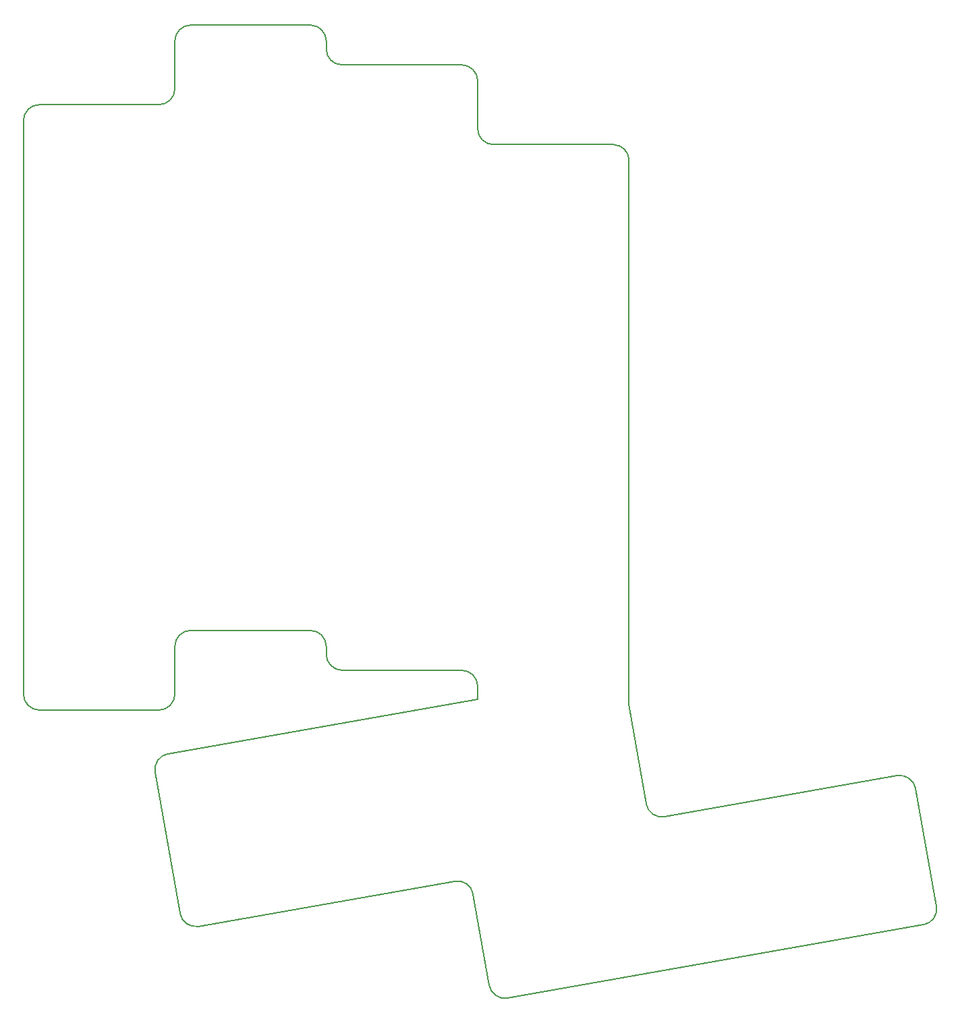
<source format=gbr>
%TF.GenerationSoftware,KiCad,Pcbnew,(6.0.6)*%
%TF.CreationDate,2022-07-20T03:50:55+02:00*%
%TF.ProjectId,macropad_routed_rounded_jlc,6d616372-6f70-4616-945f-726f75746564,v1.0.0*%
%TF.SameCoordinates,Original*%
%TF.FileFunction,Profile,NP*%
%FSLAX46Y46*%
G04 Gerber Fmt 4.6, Leading zero omitted, Abs format (unit mm)*
G04 Created by KiCad (PCBNEW (6.0.6)) date 2022-07-20 03:50:55*
%MOMM*%
%LPD*%
G01*
G04 APERTURE LIST*
%TA.AperFunction,Profile*%
%ADD10C,0.150000*%
%TD*%
G04 APERTURE END LIST*
D10*
X139789885Y-151368097D02*
G75*
G03*
X142106799Y-152990415I1969615J347297D01*
G01*
X157854929Y-169506701D02*
X174596660Y-166554682D01*
X139789888Y-151368096D02*
X137668634Y-139337872D01*
X63638250Y-139600000D02*
X78638250Y-139600000D01*
X120084977Y-174135709D02*
G75*
G03*
X122401850Y-175758034I1969623J347309D01*
G01*
X118638250Y-136600000D02*
X118638250Y-138236516D01*
X118638200Y-66600000D02*
G75*
G03*
X120638250Y-68600000I2000000J0D01*
G01*
X99638200Y-56600000D02*
G75*
G03*
X101638250Y-58600000I2000000J0D01*
G01*
X82638250Y-129600050D02*
G75*
G03*
X80638250Y-131600000I-50J-1999950D01*
G01*
X118638300Y-60600000D02*
G75*
G03*
X116638250Y-58600000I-2000000J0D01*
G01*
X63638250Y-63600050D02*
G75*
G03*
X61638250Y-65600000I-50J-1999950D01*
G01*
X173614170Y-149465668D02*
G75*
G03*
X171297344Y-147843334I-1969570J-347232D01*
G01*
X139143581Y-172806016D02*
X157854929Y-169506701D01*
X137638253Y-138990575D02*
G75*
G03*
X137668634Y-139337871I1999947J-25D01*
G01*
X118069746Y-162706997D02*
X120084938Y-174135716D01*
X122401850Y-175758035D02*
X139143581Y-172806016D01*
X61638200Y-137600000D02*
G75*
G03*
X63638250Y-139600000I2000000J0D01*
G01*
X154555613Y-150795353D02*
X142106799Y-152990415D01*
X118638300Y-136600000D02*
G75*
G03*
X116638250Y-134600000I-2000000J0D01*
G01*
X171297345Y-147843334D02*
X154555613Y-150795353D01*
X78165286Y-147403845D02*
X81290954Y-165130385D01*
X174596662Y-166554692D02*
G75*
G03*
X176218980Y-164237770I-347262J1969592D01*
G01*
X83607866Y-166752704D02*
X115752834Y-161084678D01*
X116638250Y-58600000D02*
X101638250Y-58600000D01*
X80638250Y-137600000D02*
X80638250Y-131600000D01*
X99638250Y-56600000D02*
X99638250Y-55600000D01*
X78638250Y-63600000D02*
X63638250Y-63600000D01*
X101638250Y-134600000D02*
X116638250Y-134600000D01*
X99638250Y-131600000D02*
X99638250Y-132600000D01*
X82638250Y-53600050D02*
G75*
G03*
X80638250Y-55600000I-50J-1999950D01*
G01*
X61638250Y-137600000D02*
X61638250Y-65600000D01*
X99638200Y-132600000D02*
G75*
G03*
X101638250Y-134600000I2000000J0D01*
G01*
X99638300Y-55600000D02*
G75*
G03*
X97638250Y-53600000I-2000000J0D01*
G01*
X78638250Y-139599950D02*
G75*
G03*
X80638250Y-137600000I50J1999950D01*
G01*
X137638300Y-70600000D02*
G75*
G03*
X135638250Y-68600000I-2000000J0D01*
G01*
X118638250Y-138236516D02*
X79787606Y-145086933D01*
X137638250Y-138990575D02*
X137638250Y-70600000D01*
X78638250Y-63599950D02*
G75*
G03*
X80638250Y-61600000I50J1999950D01*
G01*
X118638250Y-66600000D02*
X118638250Y-60600000D01*
X97638250Y-53600000D02*
X82638250Y-53600000D01*
X99638300Y-131600000D02*
G75*
G03*
X97638250Y-129600000I-2000000J0D01*
G01*
X135638250Y-68600000D02*
X120638250Y-68600000D01*
X176218980Y-164237770D02*
X173614257Y-149465653D01*
X82638250Y-129600000D02*
X97638250Y-129600000D01*
X80638250Y-55600000D02*
X80638250Y-61600000D01*
X79787607Y-145086936D02*
G75*
G03*
X78165286Y-147403845I347293J-1969614D01*
G01*
X118069715Y-162707002D02*
G75*
G03*
X115752834Y-161084679I-1969615J-347298D01*
G01*
X81290999Y-165130377D02*
G75*
G03*
X83607866Y-166752703I1969601J347277D01*
G01*
M02*

</source>
